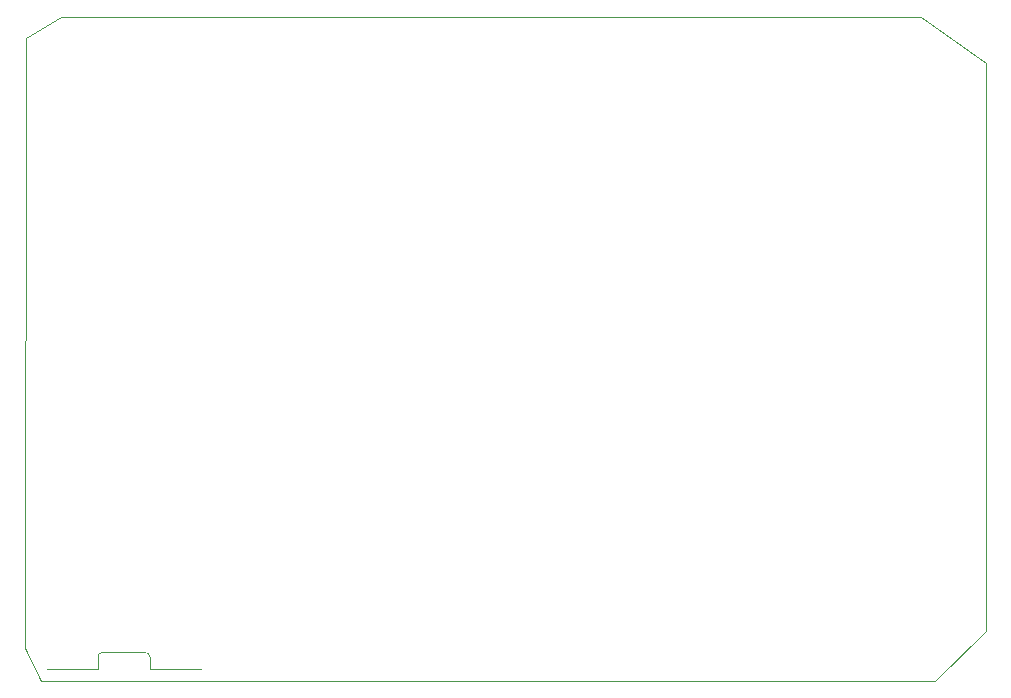
<source format=gbr>
%TF.GenerationSoftware,KiCad,Pcbnew,7.0.6*%
%TF.CreationDate,2023-11-13T16:35:45+01:00*%
%TF.ProjectId,c64sid,63363473-6964-42e6-9b69-6361645f7063,rev?*%
%TF.SameCoordinates,Original*%
%TF.FileFunction,Profile,NP*%
%FSLAX46Y46*%
G04 Gerber Fmt 4.6, Leading zero omitted, Abs format (unit mm)*
G04 Created by KiCad (PCBNEW 7.0.6) date 2023-11-13 16:35:45*
%MOMM*%
%LPD*%
G01*
G04 APERTURE LIST*
%TA.AperFunction,Profile*%
%ADD10C,0.100000*%
%TD*%
%TA.AperFunction,Profile*%
%ADD11C,0.120000*%
%TD*%
G04 APERTURE END LIST*
D10*
X85800000Y-103500000D02*
X87200000Y-106300000D01*
X85900000Y-51900000D02*
X85800000Y-103500000D01*
X167200000Y-102100000D02*
X167200000Y-54000000D01*
X161700000Y-50100000D02*
X88900000Y-50100000D01*
X167200000Y-54000000D02*
X161700000Y-50100000D01*
X88900000Y-50100000D02*
X85900000Y-51900000D01*
X87200000Y-106300000D02*
X162900000Y-106300000D01*
X162900000Y-106300000D02*
X167200000Y-102100000D01*
D11*
%TO.C,P1*%
X96400000Y-104300000D02*
G75*
G03*
X96000000Y-103900000I-400000J0D01*
G01*
X92400000Y-103900000D02*
G75*
G03*
X92000000Y-104300000I2J-400002D01*
G01*
X96400000Y-105300000D02*
X100700000Y-105300000D01*
X96400000Y-104300000D02*
X96400000Y-105300000D01*
X96000000Y-103900000D02*
X92400000Y-103900000D01*
X92000000Y-105300000D02*
X87700000Y-105300000D01*
X92000000Y-104300000D02*
X92000000Y-105300000D01*
%TD*%
M02*

</source>
